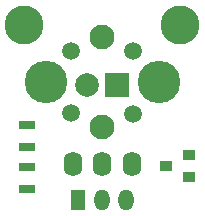
<source format=gts>
%TF.GenerationSoftware,KiCad,Pcbnew,4.0.7-e2-6376~58~ubuntu16.04.1*%
%TF.CreationDate,2018-01-20T15:47:02+01:00*%
%TF.ProjectId,BasicModule,42617369634D6F64756C652E6B696361,rev?*%
%TF.FileFunction,Soldermask,Top*%
%FSLAX46Y46*%
G04 Gerber Fmt 4.6, Leading zero omitted, Abs format (unit mm)*
G04 Created by KiCad (PCBNEW 4.0.7-e2-6376~58~ubuntu16.04.1) date Sat Jan 20 15:47:02 2018*
%MOMM*%
%LPD*%
G01*
G04 APERTURE LIST*
%ADD10C,0.100000*%
%ADD11R,1.300000X1.800000*%
%ADD12O,1.300000X1.800000*%
%ADD13C,1.507160*%
%ADD14C,2.100000*%
%ADD15O,1.600000X2.100000*%
%ADD16C,3.600000*%
%ADD17R,2.000000X2.100000*%
%ADD18C,2.000000*%
%ADD19R,1.000000X0.900000*%
%ADD20R,1.400000X0.800000*%
%ADD21C,3.300000*%
G04 APERTURE END LIST*
D10*
D11*
X6985000Y-17145000D03*
D12*
X8985000Y-17145000D03*
X10985000Y-17145000D03*
D13*
X6334760Y-9794240D03*
X6329680Y-4538980D03*
X11590020Y-4551680D03*
X11595100Y-9806940D03*
D14*
X9017000Y-10911840D03*
X9017000Y-3312160D03*
D15*
X6517000Y-14112000D03*
X9017000Y-14112000D03*
X11517000Y-14112000D03*
D16*
X4217000Y-7112000D03*
X13817000Y-7112000D03*
D17*
X10287000Y-7366000D03*
D18*
X7747000Y-7366000D03*
D19*
X16367000Y-15174000D03*
X16367000Y-13274000D03*
X14367000Y-14224000D03*
D20*
X2667000Y-14290000D03*
X2667000Y-16190000D03*
X2667000Y-10734000D03*
X2667000Y-12634000D03*
D21*
X2413000Y-2286000D03*
X15621000Y-2286000D03*
M02*

</source>
